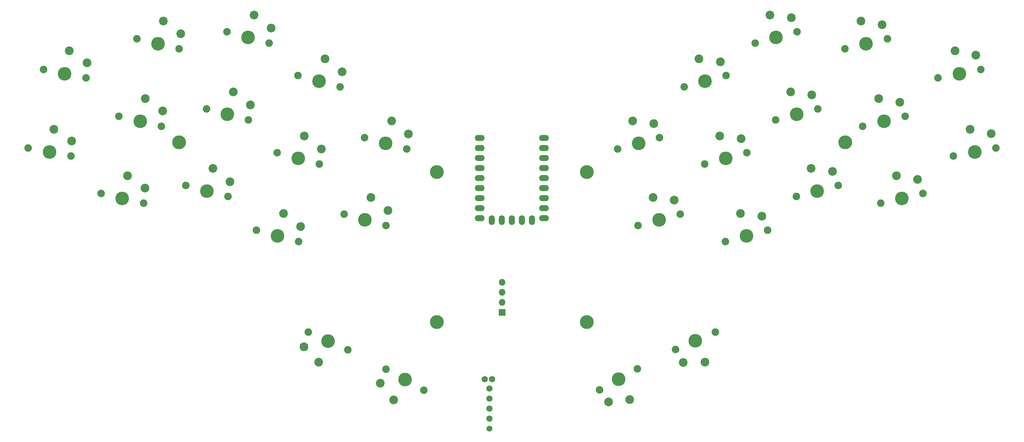
<source format=gbs>
G04 #@! TF.GenerationSoftware,KiCad,Pcbnew,7.0.2-0*
G04 #@! TF.CreationDate,2023-09-16T16:42:04+01:00*
G04 #@! TF.ProjectId,buteo-mx,62757465-6f2d-46d7-982e-6b696361645f,0.0.1*
G04 #@! TF.SameCoordinates,Original*
G04 #@! TF.FileFunction,Soldermask,Bot*
G04 #@! TF.FilePolarity,Negative*
%FSLAX46Y46*%
G04 Gerber Fmt 4.6, Leading zero omitted, Abs format (unit mm)*
G04 Created by KiCad (PCBNEW 7.0.2-0) date 2023-09-16 16:42:04*
%MOMM*%
%LPD*%
G01*
G04 APERTURE LIST*
%ADD10O,2.500000X1.500000*%
%ADD11O,1.500000X2.500000*%
%ADD12C,1.900000*%
%ADD13C,3.450000*%
%ADD14C,2.200000*%
%ADD15C,2.600000*%
%ADD16C,3.500000*%
%ADD17R,1.700000X1.700000*%
%ADD18O,1.700000X1.700000*%
%ADD19C,1.500000*%
%ADD20C,1.600000*%
G04 APERTURE END LIST*
D10*
X140869279Y-74717501D03*
X140869279Y-77257501D03*
X140869279Y-79797501D03*
X140869279Y-82337501D03*
X140869279Y-84877501D03*
X140869279Y-87417501D03*
X140869279Y-89957501D03*
X140869279Y-92497501D03*
X140869279Y-95037501D03*
D11*
X143909279Y-95537501D03*
X146449279Y-95537501D03*
X148989279Y-95537501D03*
X151529279Y-95537501D03*
X154069279Y-95537501D03*
D10*
X157109279Y-95037501D03*
X157109279Y-92497501D03*
X157109279Y-89957501D03*
X157109279Y-87417501D03*
X157109279Y-84877501D03*
X157109279Y-82337501D03*
X157109279Y-79797501D03*
X157109279Y-77257501D03*
X157109279Y-74717501D03*
D12*
X71734432Y-67329607D03*
D13*
X77047024Y-68753112D03*
D12*
X82359616Y-70176617D03*
D14*
X78574056Y-63054150D03*
X82860166Y-66376689D03*
D12*
X210507989Y-50671676D03*
D13*
X215820581Y-49248171D03*
D12*
X221133173Y-47824666D03*
D14*
X214293549Y-43549209D03*
X219666698Y-44283558D03*
D15*
X129995000Y-83370000D03*
D16*
X129995000Y-83370000D03*
D12*
X66534399Y-86736410D03*
D13*
X71846991Y-88159915D03*
D12*
X77159583Y-89583420D03*
D14*
X73374023Y-82460953D03*
X77660133Y-85783492D03*
D12*
X215734326Y-70176617D03*
D13*
X221046918Y-68753112D03*
D12*
X226359510Y-67329607D03*
D14*
X219519886Y-63054150D03*
X224893035Y-63788499D03*
D15*
X129985000Y-121340000D03*
D16*
X129985000Y-121340000D03*
D12*
X94917033Y-58928858D03*
D13*
X100229625Y-60352363D03*
D12*
X105542217Y-61775868D03*
D14*
X101756657Y-54653401D03*
X106042767Y-57975940D03*
D12*
X111738568Y-74656767D03*
D13*
X117051160Y-76080272D03*
D12*
X122363752Y-77503777D03*
D14*
X118578192Y-70381310D03*
X122864302Y-73703849D03*
D12*
X233225321Y-52096770D03*
D13*
X238584356Y-50859539D03*
D12*
X243943391Y-49622308D03*
D14*
X237257145Y-45110756D03*
X242601392Y-46032177D03*
D12*
X260643932Y-79334958D03*
D13*
X266042882Y-78285509D03*
D12*
X271441832Y-77236060D03*
D14*
X264917109Y-72493909D03*
X270225944Y-73601281D03*
D12*
X180922654Y-96886044D03*
D13*
X186235246Y-95462539D03*
D12*
X191547838Y-94039034D03*
D14*
X184708214Y-89763577D03*
X190081363Y-90497926D03*
D12*
X192551723Y-61775868D03*
D13*
X197864315Y-60352363D03*
D12*
X203176907Y-58928858D03*
D14*
X196337283Y-54653401D03*
X201710432Y-55387750D03*
D15*
X167985000Y-83360000D03*
D16*
X167985000Y-83360000D03*
D12*
X76959770Y-47824671D03*
D13*
X82272362Y-49248176D03*
D12*
X87584954Y-50671681D03*
D14*
X83799394Y-43549214D03*
X88085504Y-46871753D03*
D15*
X233285000Y-75820000D03*
D16*
X233285000Y-75820000D03*
D12*
X237757738Y-71728824D03*
D13*
X243116773Y-70491593D03*
D12*
X248475808Y-69254362D03*
D14*
X241789562Y-64742810D03*
X247133809Y-65664231D03*
D12*
X197789187Y-81322345D03*
D13*
X203101779Y-79898840D03*
D12*
X208414371Y-78475335D03*
D14*
X201574747Y-74199878D03*
X206947896Y-74934227D03*
D12*
X203048390Y-100949954D03*
D13*
X208360982Y-99526449D03*
D12*
X213673574Y-98102944D03*
D14*
X206833950Y-93827487D03*
X212207099Y-94561836D03*
D12*
X106546105Y-94039028D03*
D13*
X111858697Y-95462533D03*
D12*
X117171289Y-96886038D03*
D14*
X113385729Y-89763571D03*
X117671839Y-93086110D03*
D12*
X45104267Y-88806071D03*
D13*
X50463302Y-90043302D03*
D12*
X55822337Y-91280533D03*
D14*
X51790513Y-84294519D03*
X56189966Y-87465451D03*
D12*
X49618135Y-69254361D03*
D13*
X54977170Y-70491592D03*
D12*
X60336205Y-71728823D03*
D14*
X56304381Y-64742809D03*
X60703834Y-67913741D03*
D12*
X220934360Y-89583420D03*
D13*
X226246952Y-88159915D03*
D12*
X231559544Y-86736410D03*
D14*
X224719920Y-82460953D03*
X230093069Y-83195302D03*
D15*
X64815000Y-75810000D03*
D16*
X64815000Y-75810000D03*
D12*
X26652108Y-77236057D03*
D13*
X32051058Y-78285506D03*
D12*
X37450008Y-79334955D03*
D14*
X33176831Y-72493906D03*
X37684268Y-75509368D03*
D12*
X242271607Y-91280533D03*
D13*
X247630642Y-90043302D03*
D12*
X252989677Y-88806071D03*
D14*
X246303431Y-84294519D03*
X251647678Y-85215940D03*
D12*
X256785581Y-59485456D03*
D13*
X262184531Y-58436007D03*
D12*
X267583481Y-57386558D03*
D14*
X261058758Y-52644407D03*
X266367593Y-53751779D03*
D12*
X30510464Y-57386553D03*
D13*
X35909414Y-58436002D03*
D12*
X41308364Y-59485451D03*
D14*
X37035187Y-52644402D03*
X41542624Y-55659864D03*
D12*
X175728186Y-77503777D03*
D13*
X181040778Y-76080272D03*
D12*
X186353370Y-74656767D03*
D14*
X179513746Y-70381310D03*
X184886895Y-71115659D03*
D12*
X84420374Y-98102948D03*
D13*
X89732966Y-99526453D03*
D12*
X95045558Y-100949958D03*
D14*
X91259998Y-93827491D03*
X95546108Y-97150030D03*
D17*
X146498182Y-118958186D03*
D18*
X146498182Y-116418186D03*
X146498182Y-113878186D03*
X146498182Y-111338186D03*
D12*
X107541492Y-128426882D03*
D13*
X102516992Y-126189830D03*
D12*
X97492492Y-123952778D03*
D14*
X100117246Y-131579748D03*
X96403665Y-127627620D03*
D12*
X89679574Y-78475333D03*
D13*
X94992166Y-79898838D03*
D12*
X100304758Y-81322343D03*
D14*
X96519198Y-74199876D03*
X100805308Y-77522415D03*
D12*
X200426470Y-123892255D03*
D13*
X195401970Y-126129307D03*
D12*
X190377470Y-128366359D03*
D14*
X197801716Y-131519225D03*
X192379842Y-131634463D03*
D15*
X167995000Y-121350000D03*
D16*
X167995000Y-121350000D03*
D12*
X126759824Y-138617594D03*
D13*
X121949416Y-135951141D03*
D12*
X117139008Y-133284688D03*
D14*
X119089039Y-141111397D03*
X115734041Y-136850648D03*
D12*
X54150549Y-49622312D03*
D13*
X59509584Y-50859543D03*
D12*
X64868619Y-52096774D03*
D14*
X60836795Y-45110760D03*
X65236248Y-48281692D03*
D12*
X180779956Y-133224175D03*
D13*
X175969548Y-135890628D03*
D12*
X171159140Y-138557081D03*
D14*
X178829925Y-141050884D03*
X173438726Y-141638231D03*
D19*
X143350000Y-148360000D03*
D20*
X143350000Y-138250000D03*
X143350000Y-140790000D03*
X143350000Y-143330000D03*
X143350000Y-145870000D03*
X142125000Y-135860000D03*
X143975000Y-135860000D03*
M02*

</source>
